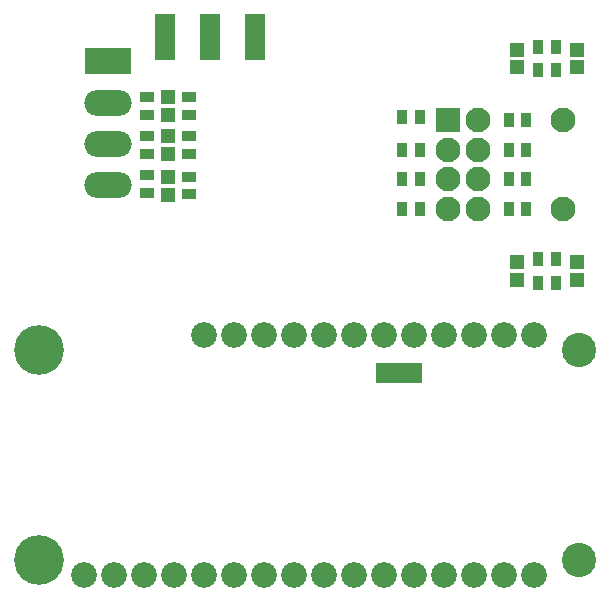
<source format=gbs>
G04 #@! TF.GenerationSoftware,KiCad,Pcbnew,(2018-02-15 revision 29b28de31)-makepkg*
G04 #@! TF.CreationDate,2018-05-29T16:30:00+09:30*
G04 #@! TF.ProjectId,ATM90E3x_fw,41544D39304533785F66772E6B696361,rev?*
G04 #@! TF.SameCoordinates,Original*
G04 #@! TF.FileFunction,Soldermask,Bot*
G04 #@! TF.FilePolarity,Negative*
%FSLAX46Y46*%
G04 Gerber Fmt 4.6, Leading zero omitted, Abs format (unit mm)*
G04 Created by KiCad (PCBNEW (2018-02-15 revision 29b28de31)-makepkg) date 05/29/18 16:30:00*
%MOMM*%
%LPD*%
G01*
G04 APERTURE LIST*
%ADD10R,2.100000X2.100000*%
%ADD11C,2.100000*%
%ADD12O,4.000000X2.200000*%
%ADD13R,4.000000X2.200000*%
%ADD14R,1.670000X1.370000*%
%ADD15R,0.900000X1.300000*%
%ADD16R,1.370000X1.670000*%
%ADD17C,2.178000*%
%ADD18C,4.210000*%
%ADD19C,2.899360*%
%ADD20R,1.150000X1.200000*%
%ADD21R,1.300000X0.900000*%
G04 APERTURE END LIST*
D10*
X144145000Y-51725000D03*
D11*
X144145000Y-54225000D03*
X144145000Y-56725000D03*
X144145000Y-59225000D03*
X146645000Y-51725000D03*
X146645000Y-54225000D03*
X146645000Y-56725000D03*
X146645000Y-59225000D03*
X153825000Y-51725000D03*
X153825000Y-59225000D03*
D12*
X115316000Y-57236000D03*
X115316000Y-53736000D03*
X115316000Y-50236000D03*
D13*
X115316000Y-46736000D03*
D14*
X120142000Y-45974000D03*
X120142000Y-44704000D03*
X120142000Y-43434000D03*
X127762000Y-45974000D03*
X127762000Y-44704000D03*
X127762000Y-43434000D03*
X123952000Y-45974000D03*
X123952000Y-44704000D03*
X123952000Y-43434000D03*
D15*
X151750000Y-47500000D03*
X153250000Y-47500000D03*
D16*
X138684000Y-73152000D03*
X139954000Y-73152000D03*
X141224000Y-73152000D03*
D17*
X113335000Y-90220800D03*
X115875000Y-90220800D03*
X118415000Y-90220800D03*
X120955000Y-90220800D03*
X123495000Y-90220800D03*
X126035000Y-90220800D03*
X128575000Y-90220800D03*
X131115000Y-90220800D03*
X133655000Y-90220800D03*
X136195000Y-90220800D03*
X138735000Y-90220800D03*
X141275000Y-90220800D03*
X143815000Y-90220800D03*
X146355000Y-90220800D03*
X148895000Y-90220800D03*
X151435000Y-90220800D03*
X151435000Y-69900800D03*
X148895000Y-69900800D03*
X146355000Y-69900800D03*
X143815000Y-69900800D03*
X141275000Y-69900800D03*
X138735000Y-69900800D03*
X136195000Y-69900800D03*
X133655000Y-69900800D03*
X131115000Y-69900800D03*
X128575000Y-69900800D03*
X126035000Y-69900800D03*
X123495000Y-69900800D03*
D18*
X109525000Y-71170800D03*
X109525000Y-88950800D03*
D19*
X155245000Y-71170800D03*
X155245000Y-88950800D03*
D20*
X120396000Y-49784000D03*
X120396000Y-51284000D03*
X150000000Y-63750000D03*
X150000000Y-65250000D03*
X150000000Y-47250000D03*
X150000000Y-45750000D03*
X155000000Y-47250000D03*
X155000000Y-45750000D03*
X120396000Y-56539000D03*
X120396000Y-58039000D03*
X120396000Y-53086000D03*
X120396000Y-54586000D03*
X155000000Y-63750000D03*
X155000000Y-65250000D03*
D15*
X153250000Y-65500000D03*
X151750000Y-65500000D03*
D21*
X118618000Y-51284000D03*
X118618000Y-49784000D03*
X122174000Y-49784000D03*
X122174000Y-51284000D03*
D15*
X149250000Y-59250000D03*
X150750000Y-59250000D03*
X151750000Y-63500000D03*
X153250000Y-63500000D03*
X150750000Y-56750000D03*
X149250000Y-56750000D03*
D21*
X118618000Y-57900000D03*
X118618000Y-56400000D03*
D15*
X141750000Y-59250000D03*
X140250000Y-59250000D03*
D21*
X122174000Y-56515000D03*
X122174000Y-58015000D03*
X118618000Y-54586000D03*
X118618000Y-53086000D03*
X122174000Y-53086000D03*
X122174000Y-54586000D03*
D15*
X140250000Y-56750000D03*
X141750000Y-56750000D03*
X153250000Y-45500000D03*
X151750000Y-45500000D03*
X140250000Y-51500000D03*
X141750000Y-51500000D03*
X141750000Y-54250000D03*
X140250000Y-54250000D03*
X150750000Y-51750000D03*
X149250000Y-51750000D03*
X149250000Y-54250000D03*
X150750000Y-54250000D03*
M02*

</source>
